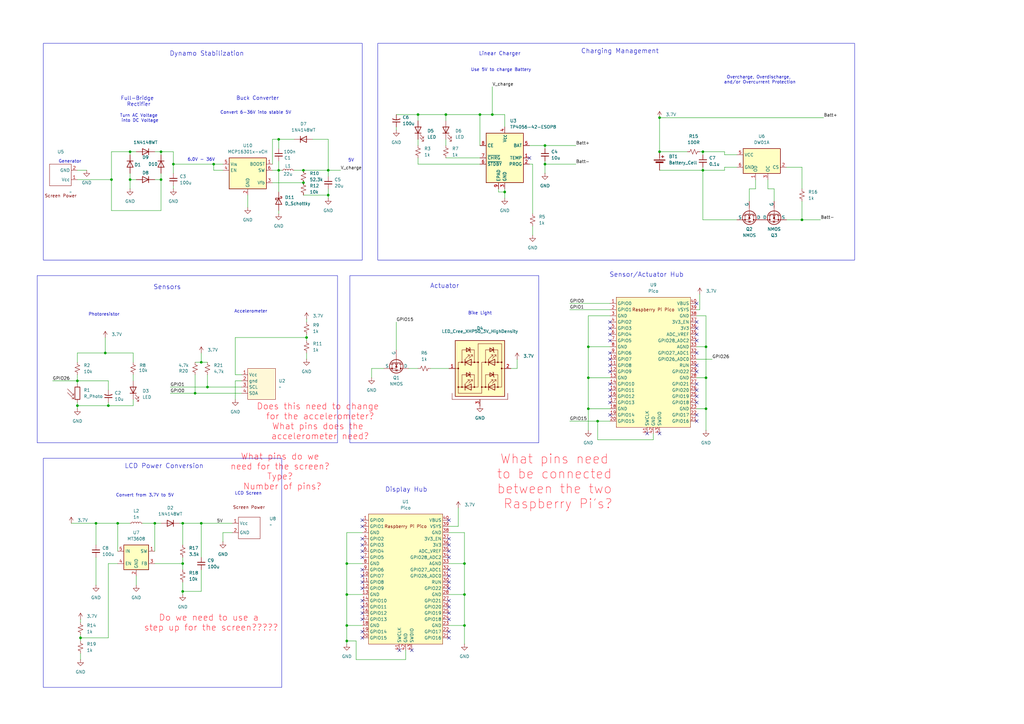
<source format=kicad_sch>
(kicad_sch (version 20250114) (generator "eeschema") (generator_version "9.0")
  (paper "A3")
  (title_block (title "UPDATED SCHEMATIC") (date "11/7/25") (rev "4") (company "LightCycle") (comment 1 "WE REALLY REALLY LIKE TO FARM"))
  (lib_symbols
    (symbol "Battery_Management:DW01A"
      (property "Reference" "U" (at -6.604 6.35 0))
      (property "Value" "DW01A" (at 4.318 6.604 0))
      (symbol "DW01A_0_1"
        (pin power_in line (at -10.16 2.54 0) (length 2.54) (name "VCC") (number "5"))
        (pin power_in line (at -10.16 -2.54 0) (length 2.54) (name "GND") (number "6"))
        (pin output line (at -2.54 -7.62 90) (length 2.54) (name "OD") (number "1"))
        (pin output line (at 2.54 -7.62 90) (length 2.54) (name "OC") (number "3"))
        (pin input line (at 10.16 -2.54 180) (length 2.54) (name "CS") (number "2"))
      )
      (symbol "DW01A_1_1"
        (pin no_connect line (at 10.16 2.54 180) (length 2.54) (hide yes) (name "TD") (number "4"))
      )
    )
    (symbol "Battery_Management:TP4056-42-ESOP8"
      (property "Reference" "U" (at -6.604 11.684 0))
      (property "Value" "TP4056-42-ESOP8" (at 10.16 11.684 0))
      (symbol "TP4056-42-ESOP8_1_0"
        (pin input line (at -10.16 5.08 0) (length 2.54) (name "CE") (number "8"))
        (pin open_collector line (at -10.16 0 0) (length 2.54) (name "~{CHRG}") (number "7"))
        (pin open_collector line (at -10.16 -2.54 0) (length 2.54) (name "~{STDBY}") (number "6"))
        (pin passive line (at -2.54 -12.7 90) (length 2.54) (name "EPAD") (number "9"))
        (pin power_in line (at 0 12.7 270) (length 2.54) (name "V_{CC}") (number "4"))
        (pin power_in line (at 0 -12.7 90) (length 2.54) (name "GND") (number "3"))
        (pin power_out line (at 10.16 5.08 180) (length 2.54) (name "BAT") (number "5"))
        (pin input line (at 10.16 0 180) (length 2.54) (name "TEMP") (number "1"))
        (pin passive line (at 10.16 -2.54 180) (length 2.54) (name "PROG") (number "2"))
      )
    )
    (symbol "Device:Battery_Cell" (pin_numbers (hide yes)) (pin_names (offset 0) (hide yes))
      (property "Reference" "BT" (at 11.43 -3.81 0))
      (property "Value" "Battery_Cell" (at 11.43 -6.35 0))
      (symbol "Battery_Cell_1_1"
        (pin passive line (at 8.89 -1.27 270) (length 2.54) (name "+") (number "1"))
        (pin passive line (at 8.89 -8.89 90) (length 2.54) (name "-") (number "2"))
      )
    )
    (symbol "Device:C_Small" (pin_numbers (hide yes)) (pin_names (offset 0.254) (hide yes))
      (property "Reference" "C" (at 0.254 1.778 0))
      (property "Value" "C_Small" (at 0.254 -2.032 0))
      (symbol "C_Small_1_1"
        (pin passive line (at 0 2.54 270) (length 2.032) (name "~") (number "1"))
        (pin passive line (at 0 -2.54 90) (length 2.032) (name "~") (number "2"))
      )
    )
    (symbol "Device:C_Small_US" (pin_numbers (hide yes)) (pin_names (offset 0.254) (hide yes))
      (property "Reference" "C" (at 0.254 1.778 0))
      (property "Value" "C_Small_US" (at 0.254 -2.032 0))
      (symbol "C_Small_US_1_1"
        (pin passive line (at 0 2.54 270) (length 2.032) (name "~") (number "1"))
        (pin passive line (at 0 -2.54 90) (length 2.032) (name "~") (number "2"))
      )
    )
    (symbol "Device:D_Schottky" (pin_numbers (hide yes)) (pin_names (offset 1.016) (hide yes))
      (property "Reference" "D" (at 0 2.54 0))
      (property "Value" "D_Schottky" (at 0 -2.54 0))
      (symbol "D_Schottky_1_1"
        (pin passive line (at -3.81 0 0) (length 2.54) (name "K") (number "1"))
        (pin passive line (at 3.81 0 180) (length 2.54) (name "A") (number "2"))
      )
    )
    (symbol "Device:LED" (pin_numbers (hide yes)) (pin_names (offset 1.016) (hide yes))
      (property "Reference" "D" (at 0 2.54 0))
      (property "Value" "LED" (at 0 -2.54 0))
      (symbol "LED_1_1"
        (pin passive line (at -3.81 0 0) (length 2.54) (name "K") (number "1"))
        (pin passive line (at 3.81 0 180) (length 2.54) (name "A") (number "2"))
      )
    )
    (symbol "Device:L_Small" (pin_numbers (hide yes)) (pin_names (offset 0.254) (hide yes))
      (property "Reference" "L" (at 0.762 1.016 0))
      (property "Value" "L_Small" (at 0.762 -1.016 0))
      (symbol "L_Small_1_1"
        (pin passive line (at 0 2.54 270) (length 0.508) (name "~") (number "1"))
        (pin passive line (at 0 -2.54 90) (length 0.508) (name "~") (number "2"))
      )
    )
    (symbol "Device:R_Photo" (pin_numbers (hide yes)) (pin_names (offset 0))
      (property "Reference" "R" (at 1.27 1.27 0))
      (property "Value" "R_Photo" (at 1.27 0 0))
      (symbol "R_Photo_1_1"
        (pin passive line (at 0 3.81 270) (length 1.27) (name "~") (number "1"))
        (pin passive line (at 0 -3.81 90) (length 1.27) (name "~") (number "2"))
      )
    )
    (symbol "Device:R_Small_US" (pin_numbers (hide yes)) (pin_names (offset 0.254) (hide yes))
      (property "Reference" "R" (at 0.762 0.508 0))
      (property "Value" "R_Small_US" (at 0.762 -1.016 0))
      (symbol "R_Small_US_1_1"
        (pin passive line (at 0 2.54 270) (length 1.016) (name "~") (number "1"))
        (pin passive line (at 0 -2.54 90) (length 1.016) (name "~") (number "2"))
      )
    )
    (symbol "Diode:1N4148WT" (pin_numbers (hide yes)) (pin_names (hide yes))
      (property "Reference" "D" (at 0 2.54 0))
      (property "Value" "1N4148WT" (at 0 -2.54 0))
      (symbol "1N4148WT_1_1"
        (pin passive line (at -3.81 0 0) (length 2.54) (name "K") (number "1"))
        (pin passive line (at 3.81 0 180) (length 2.54) (name "A") (number "2"))
      )
    )
    (symbol "Elijahs_symbols:Cheap_Yellow_Display"
      (property "Reference" "U" (at 4.572 -0.762 0))
      (symbol "Cheap_Yellow_Display_1_1"
        (text "Screen Power" (at 4.318 1.524 0) (effects (font (size 1.27 1.27))))
        (pin power_in line (at -2.54 -5.08 0) (length 2.54) (name "Vcc") (number "1"))
        (pin power_in line (at -2.54 -8.89 0) (length 2.54) (name "GND") (number "2"))
      )
    )
    (symbol "Elijahs_symbols:I2C_4"
      (property "Reference" "U" (at 8.636 -0.254 0))
      (symbol "I2C_4_1_1"
        (pin power_in line (at 0 -3.81 0) (length 2.54) (name "Vcc") (number "1"))
        (pin power_in line (at 0 -6.35 0) (length 2.54) (name "gnd") (number "2"))
        (pin bidirectional line (at 0 -8.89 0) (length 2.54) (name "SCL") (number "3"))
        (pin bidirectional line (at 0 -11.43 0) (length 2.54) (name "SDA") (number "4"))
      )
    )
    (symbol "LED:LED_Cree_XHP50_3V_HighDensity" (pin_names (offset 1.016) (hide yes))
      (property "Reference" "D" (at 0 15.24 0))
      (property "Value" "LED_Cree_XHP50_3V_HighDensity" (at -1.27 12.7 0))
      (symbol "LED_Cree_XHP50_3V_HighDensity_1_1"
        (pin passive line (at -12.7 0 0) (length 2.54) (name "K") (number "1"))
        (pin passive line (at 0 -15.24 90) (length 2.54) (name "PAD") (number "3"))
        (pin passive line (at 12.7 0 180) (length 2.54) (name "A") (number "2"))
      )
    )
    (symbol "MCU_RaspberryPi_and_Boards:Pico"
      (property "Reference" "U" (at -13.97 27.94 0))
      (property "Value" "Pico" (at 0 19.05 0))
      (symbol "Pico_0_0"
        (text "Raspberry Pi Pico" (at 0 21.59 0) (effects (font (size 1.27 1.27))))
      )
      (symbol "Pico_1_1"
        (pin bidirectional line (at -17.78 24.13 0) (length 2.54) (name "GPIO0") (number "1"))
        (pin bidirectional line (at -17.78 21.59 0) (length 2.54) (name "GPIO1") (number "2"))
        (pin power_in line (at -17.78 19.05 0) (length 2.54) (name "GND") (number "3"))
        (pin bidirectional line (at -17.78 16.51 0) (length 2.54) (name "GPIO2") (number "4"))
        (pin bidirectional line (at -17.78 13.97 0) (length 2.54) (name "GPIO3") (number "5"))
        (pin bidirectional line (at -17.78 11.43 0) (length 2.54) (name "GPIO4") (number "6"))
        (pin bidirectional line (at -17.78 8.89 0) (length 2.54) (name "GPIO5") (number "7"))
        (pin power_in line (at -17.78 6.35 0) (length 2.54) (name "GND") (number "8"))
        (pin bidirectional line (at -17.78 3.81 0) (length 2.54) (name "GPIO6") (number "9"))
        (pin bidirectional line (at -17.78 1.27 0) (length 2.54) (name "GPIO7") (number "10"))
        (pin bidirectional line (at -17.78 -1.27 0) (length 2.54) (name "GPIO8") (number "11"))
        (pin bidirectional line (at -17.78 -3.81 0) (length 2.54) (name "GPIO9") (number "12"))
        (pin power_in line (at -17.78 -6.35 0) (length 2.54) (name "GND") (number "13"))
        (pin bidirectional line (at -17.78 -8.89 0) (length 2.54) (name "GPIO10") (number "14"))
        (pin bidirectional line (at -17.78 -11.43 0) (length 2.54) (name "GPIO11") (number "15"))
        (pin bidirectional line (at -17.78 -13.97 0) (length 2.54) (name "GPIO12") (number "16"))
        (pin bidirectional line (at -17.78 -16.51 0) (length 2.54) (name "GPIO13") (number "17"))
        (pin power_in line (at -17.78 -19.05 0) (length 2.54) (name "GND") (number "18"))
        (pin bidirectional line (at -17.78 -21.59 0) (length 2.54) (name "GPIO14") (number "19"))
        (pin bidirectional line (at -17.78 -24.13 0) (length 2.54) (name "GPIO15") (number "20"))
        (pin input line (at -2.54 -29.21 90) (length 2.54) (name "SWCLK") (number "41"))
        (pin power_in line (at 0 -29.21 90) (length 2.54) (name "GND") (number "42"))
        (pin bidirectional line (at 2.54 -29.21 90) (length 2.54) (name "SWDIO") (number "43"))
        (pin power_in line (at 17.78 24.13 180) (length 2.54) (name "VBUS") (number "40"))
        (pin power_in line (at 17.78 21.59 180) (length 2.54) (name "VSYS") (number "39"))
        (pin bidirectional line (at 17.78 19.05 180) (length 2.54) (name "GND") (number "38"))
        (pin input line (at 17.78 16.51 180) (length 2.54) (name "3V3_EN") (number "37"))
        (pin power_in line (at 17.78 13.97 180) (length 2.54) (name "3V3") (number "36"))
        (pin power_in line (at 17.78 11.43 180) (length 2.54) (name "ADC_VREF") (number "35"))
        (pin bidirectional line (at 17.78 8.89 180) (length 2.54) (name "GPIO28_ADC2") (number "34"))
        (pin power_in line (at 17.78 6.35 180) (length 2.54) (name "AGND") (number "33"))
        (pin bidirectional line (at 17.78 3.81 180) (length 2.54) (name "GPIO27_ADC1") (number "32"))
        (pin bidirectional line (at 17.78 1.27 180) (length 2.54) (name "GPIO26_ADC0") (number "31"))
        (pin input line (at 17.78 -1.27 180) (length 2.54) (name "RUN") (number "30"))
        (pin bidirectional line (at 17.78 -3.81 180) (length 2.54) (name "GPIO22") (number "29"))
        (pin power_in line (at 17.78 -6.35 180) (length 2.54) (name "GND") (number "28"))
        (pin bidirectional line (at 17.78 -8.89 180) (length 2.54) (name "GPIO21") (number "27"))
        (pin bidirectional line (at 17.78 -11.43 180) (length 2.54) (name "GPIO20") (number "26"))
        (pin bidirectional line (at 17.78 -13.97 180) (length 2.54) (name "GPIO19") (number "25"))
        (pin bidirectional line (at 17.78 -16.51 180) (length 2.54) (name "GPIO18") (number "24"))
        (pin power_in line (at 17.78 -19.05 180) (length 2.54) (name "GND") (number "23"))
        (pin bidirectional line (at 17.78 -21.59 180) (length 2.54) (name "GPIO17") (number "22"))
        (pin bidirectional line (at 17.78 -24.13 180) (length 2.54) (name "GPIO16") (number "21"))
      )
    )
    (symbol "Regulator_Switching:MCP16301x-xCH"
      (property "Reference" "U" (at -7.62 6.35 0))
      (property "Value" "MCP16301x-xCH" (at 0 6.35 0))
      (symbol "MCP16301x-xCH_1_1"
        (pin power_in line (at -10.16 2.54 0) (length 2.54) (name "V_{IN}") (number "5"))
        (pin input line (at -10.16 0 0) (length 2.54) (name "EN") (number "4"))
        (pin power_in line (at 0 -10.16 90) (length 2.54) (name "GND") (number "2"))
        (pin output line (at 10.16 2.54 180) (length 2.54) (name "BOOST") (number "1"))
        (pin output line (at 10.16 0 180) (length 2.54) (name "SW") (number "6"))
        (pin input line (at 10.16 -5.08 180) (length 2.54) (name "Vfb") (number "3"))
      )
    )
    (symbol "Regulator_Switching:MT3608"
      (property "Reference" "U" (at -2.54 8.89 0))
      (property "Value" "MT3608" (at -3.81 6.35 0))
      (symbol "MT3608_1_1"
        (pin power_in line (at -7.62 2.54 0) (length 2.54) (name "IN") (number "5"))
        (pin input line (at -7.62 -2.54 0) (length 2.54) (name "EN") (number "4"))
        (pin power_in line (at 0 -7.62 90) (length 2.54) (name "GND") (number "2"))
        (pin no_connect line (at 5.08 0 180) (length 2.54) (hide yes) (name "NC") (number "6"))
        (pin passive line (at 7.62 2.54 180) (length 2.54) (name "SW") (number "1"))
        (pin input line (at 7.62 -2.54 180) (length 2.54) (name "FB") (number "3"))
      )
    )
    (symbol "Simulation_SPICE:NMOS" (pin_numbers (hide yes)) (pin_names (offset 0))
      (property "Reference" "Q" (at 5.08 1.27 0))
      (property "Value" "NMOS" (at 5.08 -1.27 0))
      (symbol "NMOS_1_1"
        (pin input line (at -5.08 0 0) (length 2.54) (name "G") (number "2"))
        (pin passive line (at 2.54 5.08 270) (length 2.54) (name "D") (number "1"))
        (pin passive line (at 2.54 -5.08 90) (length 2.54) (name "S") (number "3"))
      )
    )
    (symbol "power:GND" (power) (pin_numbers (hide yes)) (pin_names (offset 0) (hide yes))
      (property "Value" "GND" (at 0 -3.81 0))
      (symbol "GND_1_1"
        (pin power_in line (at 0 0 270) (length 0) (name "~") (number "1"))
      )
    )
    (symbol "power:VCC" (power) (pin_numbers (hide yes)) (pin_names (offset 0) (hide yes))
      (property "Value" "VCC" (at 0 3.556 0))
      (symbol "VCC_1_1"
        (pin power_in line (at 0 0 90) (length 0) (name "~") (number "1"))
      )
    )
  )
  (rectangle (start 15.24 113.03) (end 138.43 181.61))
  (rectangle (start 17.78 187.96) (end 115.57 281.94))
  (rectangle (start 154.94 17.78) (end 350.52 106.68))
  (rectangle (start 143.51 113.03) (end 220.98 181.61))
  (rectangle (start 17.78 17.78) (end 148.59 106.68))
  (text "Dynamo Stabilization" (at 84.836 22.098 0) (effects (font (size 1.905 1.905))))
  (text "Buck Converter" (at 105.664 40.386 0) (effects (font (size 1.524 1.524))))
  (text "Convert from 3.7V to 5V" (at 59.436 203.2 0) (effects (font (size 1.27 1.27))))
  (text "Do we need to use a \nstep up for the screen?????" (at 86.614 255.524 0) (effects (font (size 2.54 2.54))))
  (text "What pins need \nto be connected \nbetween the two \nRaspberry Pi's?\n" (at 228.854 197.612 0) (effects (font (size 3.81 3.81))))
  (text "Overcharge, Overdischarge, \nand/or Overcurrent Protection" (at 311.658 32.766 0) (effects (font (size 1.27 1.27))))
  (text "Actuator" (at 182.372 117.348 0) (effects (font (size 1.905 1.905))))
  (text "Full-Bridge \nRectifier" (at 56.896 41.656 0) (effects (font (size 1.524 1.524))))
  (text "Sensor/Actuator Hub" (at 265.176 112.776 0) (effects (font (size 1.905 1.905))))
  (text "6.0V - 36V" (at 82.55 65.532 0) (effects (font (size 1.27 1.27))))
  (text "Accelerometer" (at 102.87 127.762 0) (effects (font (size 1.27 1.27))))
  (text "LCD Power Conversion" (at 67.31 191.262 0) (effects (font (size 1.905 1.905))))
  (text "Convert 6-36V into stable 5V" (at 104.902 46.228 0) (effects (font (size 1.27 1.27))))
  (text "Linear Charger" (at 204.978 22.098 0) (effects (font (size 1.524 1.524))))
  (text "LCD Screen" (at 101.854 202.438 0) (effects (font (size 1.27 1.27))))
  (text "Sensors" (at 68.58 117.856 0) (effects (font (size 1.905 1.905))))
  (text "What pins do we \nneed for the screen? \nType? \nNumber of pins?" (at 115.824 193.548 0) (effects (font (size 2.54 2.54))))
  (text "5V" (at 144.018 65.786 0) (effects (font (size 1.27 1.27))))
  (text "Turn AC Voltage \ninto DC Voltage" (at 57.404 48.514 0) (effects (font (size 1.27 1.27))))
  (text "Photoresistor" (at 42.672 129.032 0) (effects (font (size 1.27 1.27))))
  (text "Generator" (at 28.702 66.294 0) (effects (font (size 1.27 1.27))))
  (text "Use 5V to charge Battery\n" (at 205.486 28.702 0) (effects (font (size 1.27 1.27))))
  (text "Does this need to change \nfor the accelerometer?\nWhat pins does the \naccelerometer need?" (at 131.318 172.974 0) (effects (font (size 2.54 2.54))))
  (text "Charging Management" (at 254.254 21.082 0) (effects (font (size 1.905 1.905))))
  (text "Display Hub" (at 166.624 200.914 0) (effects (font (size 1.905 1.905))))
  (text "Bike Light" (at 196.85 128.524 0) (effects (font (size 1.27 1.27))))
  (junction (at 44.45 166.37))
  (junction (at 114.3 69.85))
  (junction (at 241.3 154.94))
  (junction (at 289.56 167.64))
  (junction (at 80.01 161.29))
  (junction (at 142.24 231.14))
  (junction (at 43.18 144.78))
  (junction (at 190.5 243.84))
  (junction (at 39.37 214.63))
  (junction (at 270.51 62.23))
  (junction (at 53.34 73.66))
  (junction (at 289.56 142.24))
  (junction (at 223.52 59.69))
  (junction (at 223.52 67.31))
  (junction (at 190.5 256.54))
  (junction (at 196.85 46.99))
  (junction (at 288.29 69.85))
  (junction (at 87.63 67.31))
  (junction (at 142.24 243.84))
  (junction (at 241.3 167.64))
  (junction (at 134.62 80.01))
  (junction (at 114.3 57.15))
  (junction (at 124.46 69.85))
  (junction (at 142.24 256.54))
  (junction (at 74.93 231.14))
  (junction (at 31.75 156.21))
  (junction (at 74.93 214.63))
  (junction (at 288.29 62.23))
  (junction (at 31.75 166.37))
  (junction (at 134.62 69.85))
  (junction (at 48.26 214.63))
  (junction (at 45.72 73.66))
  (junction (at 66.04 73.66))
  (junction (at 33.02 261.62))
  (junction (at 201.93 46.99))
  (junction (at 74.93 242.57))
  (junction (at 241.3 142.24))
  (junction (at 71.12 67.31))
  (junction (at 171.45 46.99))
  (junction (at 82.55 214.63))
  (junction (at 85.09 158.75))
  (junction (at 289.56 154.94))
  (junction (at 270.51 48.26))
  (junction (at 124.46 74.93))
  (junction (at 82.55 148.59))
  (junction (at 245.11 172.72))
  (junction (at 53.34 62.23))
  (junction (at 182.88 46.99))
  (junction (at 328.93 90.17))
  (junction (at 63.5 214.63))
  (junction (at 142.24 262.89))
  (junction (at 125.73 138.43))
  (junction (at 207.01 78.74))
  (junction (at 190.5 231.14))
  (junction (at 66.04 62.23))
  (no_connect (at 250.19 157.48))
  (no_connect (at 184.15 220.98))
  (no_connect (at 148.59 213.36))
  (no_connect (at 148.59 238.76))
  (no_connect (at 250.19 137.16))
  (no_connect (at 250.19 149.86))
  (no_connect (at 148.59 251.46))
  (no_connect (at 184.15 259.08))
  (no_connect (at 270.51 177.8))
  (no_connect (at 285.75 157.48))
  (no_connect (at 184.15 236.22))
  (no_connect (at 285.75 149.86))
  (no_connect (at 184.15 254))
  (no_connect (at 184.15 248.92))
  (no_connect (at 250.19 160.02))
  (no_connect (at 184.15 233.68))
  (no_connect (at 250.19 162.56))
  (no_connect (at 184.15 238.76))
  (no_connect (at 163.83 266.7))
  (no_connect (at 285.75 132.08))
  (no_connect (at 148.59 223.52))
  (no_connect (at 285.75 134.62))
  (no_connect (at 148.59 233.68))
  (no_connect (at 184.15 251.46))
  (no_connect (at 148.59 259.08))
  (no_connect (at 285.75 165.1))
  (no_connect (at 184.15 241.3))
  (no_connect (at 265.43 177.8))
  (no_connect (at 184.15 213.36))
  (no_connect (at 148.59 236.22))
  (no_connect (at 184.15 246.38))
  (no_connect (at 250.19 132.08))
  (no_connect (at 148.59 246.38))
  (no_connect (at 285.75 170.18))
  (no_connect (at 148.59 261.62))
  (no_connect (at 148.59 215.9))
  (no_connect (at 148.59 248.92))
  (no_connect (at 285.75 152.4))
  (no_connect (at 184.15 261.62))
  (no_connect (at 285.75 124.46))
  (no_connect (at 285.75 137.16))
  (no_connect (at 184.15 226.06))
  (no_connect (at 148.59 228.6))
  (no_connect (at 148.59 220.98))
  (no_connect (at 148.59 226.06))
  (no_connect (at 250.19 152.4))
  (no_connect (at 184.15 223.52))
  (no_connect (at 285.75 144.78))
  (no_connect (at 148.59 254))
  (no_connect (at 250.19 147.32))
  (no_connect (at 250.19 134.62))
  (no_connect (at 250.19 165.1))
  (no_connect (at 250.19 139.7))
  (no_connect (at 285.75 139.7))
  (no_connect (at 285.75 172.72))
  (no_connect (at 168.91 266.7))
  (no_connect (at 250.19 170.18))
  (no_connect (at 285.75 162.56))
  (no_connect (at 148.59 241.3))
  (no_connect (at 285.75 160.02))
  (no_connect (at 250.19 144.78))
  (no_connect (at 184.15 228.6))
  (no_connect (at 217.17 64.77))
  (wire (pts (xy 114.3 69.85) (xy 115.57 69.85)))
  (wire (pts (xy 53.34 63.5) (xy 53.34 62.23)))
  (wire (pts (xy 114.3 57.15) (xy 114.3 60.96)))
  (wire (pts (xy 66.04 71.12) (xy 66.04 73.66)))
  (wire (pts (xy 187.96 208.28) (xy 187.96 215.9)))
  (wire (pts (xy 128.27 57.15) (xy 134.62 57.15)))
  (wire (pts (xy 33.02 261.62) (xy 33.02 262.89)))
  (wire (pts (xy 85.09 153.67) (xy 85.09 158.75)))
  (wire (pts (xy 142.24 231.14) (xy 142.24 243.84)))
  (wire (pts (xy 250.19 167.64) (xy 241.3 167.64)))
  (wire (pts (xy 241.3 167.64) (xy 241.3 176.53)))
  (wire (pts (xy 31.75 166.37) (xy 31.75 167.64)))
  (wire (pts (xy 48.26 214.63) (xy 48.26 226.06)))
  (wire (pts (xy 58.42 214.63) (xy 63.5 214.63)))
  (wire (pts (xy 142.24 262.89) (xy 142.24 264.16)))
  (wire (pts (xy 223.52 67.31) (xy 223.52 71.12)))
  (wire (pts (xy 288.29 62.23) (xy 288.29 63.5)))
  (wire (pts (xy 287.02 62.23) (xy 288.29 62.23)))
  (wire (pts (xy 162.56 132.08) (xy 162.56 143.51)))
  (wire (pts (xy 71.12 67.31) (xy 71.12 71.12)))
  (wire (pts (xy 63.5 231.14) (xy 74.93 231.14)))
  (wire (pts (xy 297.18 69.85) (xy 297.18 68.58)))
  (wire (pts (xy 142.24 218.44) (xy 142.24 231.14)))
  (wire (pts (xy 45.72 62.23) (xy 45.72 73.66)))
  (wire (pts (xy 289.56 167.64) (xy 285.75 167.64)))
  (wire (pts (xy 297.18 62.23) (xy 288.29 62.23)))
  (wire (pts (xy 39.37 214.63) (xy 39.37 223.52)))
  (wire (pts (xy 201.93 46.99) (xy 207.01 46.99)))
  (wire (pts (xy 184.15 243.84) (xy 190.5 243.84)))
  (wire (pts (xy 241.3 142.24) (xy 241.3 154.94)))
  (wire (pts (xy 114.3 66.04) (xy 114.3 69.85)))
  (wire (pts (xy 74.93 231.14) (xy 74.93 233.68)))
  (wire (pts (xy 82.55 144.78) (xy 82.55 148.59)))
  (wire (pts (xy 73.66 214.63) (xy 74.93 214.63)))
  (wire (pts (xy 82.55 148.59) (xy 85.09 148.59)))
  (wire (pts (xy 44.45 160.02) (xy 44.45 156.21)))
  (wire (pts (xy 54.61 163.83) (xy 54.61 166.37)))
  (wire (pts (xy 287.02 120.65) (xy 287.02 127)))
  (wire (pts (xy 297.18 63.5) (xy 302.26 63.5)))
  (wire (pts (xy 53.34 73.66) (xy 53.34 71.12)))
  (wire (pts (xy 288.29 90.17) (xy 288.29 69.85)))
  (wire (pts (xy 66.04 63.5) (xy 66.04 62.23)))
  (wire (pts (xy 55.88 62.23) (xy 53.34 62.23)))
  (wire (pts (xy 125.73 137.16) (xy 125.73 138.43)))
  (wire (pts (xy 241.3 154.94) (xy 241.3 167.64)))
  (wire (pts (xy 80.01 153.67) (xy 80.01 161.29)))
  (wire (pts (xy 74.93 242.57) (xy 82.55 242.57)))
  (wire (pts (xy 33.02 267.97) (xy 33.02 270.51)))
  (wire (pts (xy 80.01 161.29) (xy 99.06 161.29)))
  (wire (pts (xy 307.34 82.55) (xy 307.34 77.47)))
  (wire (pts (xy 267.97 177.8) (xy 267.97 180.34)))
  (wire (pts (xy 74.93 223.52) (xy 74.93 214.63)))
  (wire (pts (xy 182.88 46.99) (xy 196.85 46.99)))
  (wire (pts (xy 87.63 67.31) (xy 87.63 69.85)))
  (wire (pts (xy 29.21 214.63) (xy 39.37 214.63)))
  (wire (pts (xy 245.11 180.34) (xy 245.11 172.72)))
  (wire (pts (xy 328.93 90.17) (xy 336.55 90.17)))
  (wire (pts (xy 223.52 59.69) (xy 236.22 59.69)))
  (wire (pts (xy 289.56 154.94) (xy 289.56 167.64)))
  (wire (pts (xy 53.34 62.23) (xy 45.72 62.23)))
  (wire (pts (xy 74.93 242.57) (xy 74.93 243.84)))
  (wire (pts (xy 55.88 236.22) (xy 55.88 240.03)))
  (wire (pts (xy 218.44 87.63) (xy 218.44 67.31)))
  (wire (pts (xy 31.75 144.78) (xy 43.18 144.78)))
  (wire (pts (xy 142.24 243.84) (xy 142.24 256.54)))
  (wire (pts (xy 120.65 69.85) (xy 124.46 69.85)))
  (wire (pts (xy 114.3 57.15) (xy 120.65 57.15)))
  (wire (pts (xy 95.25 218.44) (xy 91.44 218.44)))
  (wire (pts (xy 190.5 243.84) (xy 190.5 256.54)))
  (wire (pts (xy 309.88 77.47) (xy 309.88 73.66)))
  (wire (pts (xy 297.18 62.23) (xy 297.18 63.5)))
  (wire (pts (xy 167.64 151.13) (xy 171.45 151.13)))
  (wire (pts (xy 241.3 154.94) (xy 250.19 154.94)))
  (wire (pts (xy 87.63 67.31) (xy 91.44 67.31)))
  (wire (pts (xy 289.56 142.24) (xy 289.56 154.94)))
  (wire (pts (xy 66.04 62.23) (xy 71.12 62.23)))
  (wire (pts (xy 82.55 214.63) (xy 82.55 228.6)))
  (wire (pts (xy 317.5 77.47) (xy 317.5 82.55)))
  (wire (pts (xy 223.52 67.31) (xy 236.22 67.31)))
  (wire (pts (xy 39.37 228.6) (xy 39.37 240.03)))
  (wire (pts (xy 171.45 64.77) (xy 171.45 67.31)))
  (wire (pts (xy 44.45 166.37) (xy 31.75 166.37)))
  (wire (pts (xy 187.96 215.9) (xy 184.15 215.9)))
  (wire (pts (xy 288.29 69.85) (xy 288.29 68.58)))
  (wire (pts (xy 54.61 144.78) (xy 54.61 148.59)))
  (wire (pts (xy 33.02 254) (xy 33.02 255.27)))
  (wire (pts (xy 190.5 256.54) (xy 184.15 256.54)))
  (wire (pts (xy 134.62 77.47) (xy 134.62 80.01)))
  (wire (pts (xy 322.58 68.58) (xy 328.93 68.58)))
  (wire (pts (xy 297.18 68.58) (xy 302.26 68.58)))
  (wire (pts (xy 96.52 163.83) (xy 96.52 156.21)))
  (wire (pts (xy 322.58 90.17) (xy 328.93 90.17)))
  (wire (pts (xy 53.34 73.66) (xy 53.34 77.47)))
  (wire (pts (xy 204.47 77.47) (xy 204.47 78.74)))
  (wire (pts (xy 142.24 243.84) (xy 148.59 243.84)))
  (wire (pts (xy 96.52 156.21) (xy 99.06 156.21)))
  (wire (pts (xy 285.75 142.24) (xy 289.56 142.24)))
  (wire (pts (xy 176.53 151.13) (xy 184.15 151.13)))
  (wire (pts (xy 74.93 214.63) (xy 82.55 214.63)))
  (wire (pts (xy 218.44 92.71) (xy 218.44 96.52)))
  (wire (pts (xy 184.15 218.44) (xy 190.5 218.44)))
  (wire (pts (xy 91.44 69.85) (xy 87.63 69.85)))
  (wire (pts (xy 152.4 151.13) (xy 157.48 151.13)))
  (wire (pts (xy 96.52 138.43) (xy 96.52 153.67)))
  (wire (pts (xy 281.94 62.23) (xy 270.51 62.23)))
  (wire (pts (xy 250.19 129.54) (xy 241.3 129.54)))
  (wire (pts (xy 302.26 90.17) (xy 288.29 90.17)))
  (wire (pts (xy 63.5 73.66) (xy 66.04 73.66)))
  (wire (pts (xy 45.72 86.36) (xy 66.04 86.36)))
  (wire (pts (xy 69.85 158.75) (xy 85.09 158.75)))
  (wire (pts (xy 196.85 46.99) (xy 196.85 59.69)))
  (wire (pts (xy 287.02 127) (xy 285.75 127)))
  (wire (pts (xy 241.3 142.24) (xy 250.19 142.24)))
  (wire (pts (xy 48.26 214.63) (xy 39.37 214.63)))
  (wire (pts (xy 223.52 59.69) (xy 223.52 60.96)))
  (wire (pts (xy 148.59 256.54) (xy 142.24 256.54)))
  (wire (pts (xy 99.06 158.75) (xy 85.09 158.75)))
  (wire (pts (xy 44.45 166.37) (xy 54.61 166.37)))
  (wire (pts (xy 74.93 228.6) (xy 74.93 231.14)))
  (wire (pts (xy 33.02 261.62) (xy 44.45 261.62)))
  (wire (pts (xy 134.62 57.15) (xy 134.62 69.85)))
  (wire (pts (xy 69.85 161.29) (xy 80.01 161.29)))
  (wire (pts (xy 166.37 266.7) (xy 166.37 270.51)))
  (wire (pts (xy 31.75 153.67) (xy 31.75 156.21)))
  (wire (pts (xy 31.75 69.85) (xy 35.56 69.85)))
  (wire (pts (xy 289.56 129.54) (xy 289.56 142.24)))
  (wire (pts (xy 217.17 59.69) (xy 223.52 59.69)))
  (wire (pts (xy 201.93 35.56) (xy 201.93 46.99)))
  (wire (pts (xy 171.45 67.31) (xy 196.85 67.31)))
  (wire (pts (xy 114.3 69.85) (xy 114.3 78.74)))
  (wire (pts (xy 152.4 151.13) (xy 152.4 154.94)))
  (wire (pts (xy 44.45 231.14) (xy 44.45 261.62)))
  (wire (pts (xy 142.24 231.14) (xy 148.59 231.14)))
  (wire (pts (xy 182.88 64.77) (xy 196.85 64.77)))
  (wire (pts (xy 31.75 148.59) (xy 31.75 144.78)))
  (wire (pts (xy 124.46 69.85) (xy 134.62 69.85)))
  (wire (pts (xy 71.12 76.2) (xy 71.12 77.47)))
  (wire (pts (xy 171.45 57.15) (xy 171.45 59.69)))
  (wire (pts (xy 48.26 231.14) (xy 44.45 231.14)))
  (wire (pts (xy 307.34 77.47) (xy 309.88 77.47)))
  (wire (pts (xy 146.05 270.51) (xy 146.05 262.89)))
  (wire (pts (xy 209.55 151.13) (xy 212.09 151.13)))
  (wire (pts (xy 267.97 180.34) (xy 245.11 180.34)))
  (wire (pts (xy 162.56 46.99) (xy 171.45 46.99)))
  (wire (pts (xy 31.75 165.1) (xy 31.75 166.37)))
  (wire (pts (xy 114.3 86.36) (xy 114.3 87.63)))
  (wire (pts (xy 289.56 167.64) (xy 289.56 176.53)))
  (wire (pts (xy 134.62 80.01) (xy 134.62 81.28)))
  (wire (pts (xy 297.18 69.85) (xy 288.29 69.85)))
  (wire (pts (xy 63.5 62.23) (xy 66.04 62.23)))
  (wire (pts (xy 171.45 46.99) (xy 182.88 46.99)))
  (wire (pts (xy 328.93 77.47) (xy 328.93 68.58)))
  (wire (pts (xy 190.5 256.54) (xy 190.5 264.16)))
  (wire (pts (xy 21.59 156.21) (xy 31.75 156.21)))
  (wire (pts (xy 233.68 124.46) (xy 250.19 124.46)))
  (wire (pts (xy 91.44 218.44) (xy 91.44 222.25)))
  (wire (pts (xy 125.73 138.43) (xy 125.73 139.7)))
  (wire (pts (xy 166.37 270.51) (xy 146.05 270.51)))
  (wire (pts (xy 207.01 78.74) (xy 207.01 81.28)))
  (wire (pts (xy 31.75 156.21) (xy 31.75 157.48)))
  (wire (pts (xy 245.11 172.72) (xy 250.19 172.72)))
  (wire (pts (xy 223.52 66.04) (xy 223.52 67.31)))
  (wire (pts (xy 190.5 231.14) (xy 190.5 243.84)))
  (wire (pts (xy 111.76 57.15) (xy 114.3 57.15)))
  (wire (pts (xy 184.15 231.14) (xy 190.5 231.14)))
  (wire (pts (xy 45.72 73.66) (xy 45.72 86.36)))
  (wire (pts (xy 44.45 165.1) (xy 44.45 166.37)))
  (wire (pts (xy 31.75 156.21) (xy 44.45 156.21)))
  (wire (pts (xy 63.5 214.63) (xy 66.04 214.63)))
  (wire (pts (xy 162.56 52.07) (xy 162.56 53.34)))
  (wire (pts (xy 111.76 74.93) (xy 124.46 74.93)))
  (wire (pts (xy 54.61 153.67) (xy 54.61 156.21)))
  (wire (pts (xy 328.93 90.17) (xy 328.93 82.55)))
  (wire (pts (xy 148.59 218.44) (xy 142.24 218.44)))
  (wire (pts (xy 207.01 77.47) (xy 207.01 78.74)))
  (wire (pts (xy 241.3 129.54) (xy 241.3 142.24)))
  (wire (pts (xy 33.02 260.35) (xy 33.02 261.62)))
  (wire (pts (xy 190.5 218.44) (xy 190.5 231.14)))
  (wire (pts (xy 204.47 78.74) (xy 207.01 78.74)))
  (wire (pts (xy 66.04 73.66) (xy 66.04 86.36)))
  (wire (pts (xy 146.05 262.89) (xy 142.24 262.89)))
  (wire (pts (xy 31.75 73.66) (xy 45.72 73.66)))
  (wire (pts (xy 196.85 46.99) (xy 201.93 46.99)))
  (wire (pts (xy 74.93 238.76) (xy 74.93 242.57)))
  (wire (pts (xy 111.76 67.31) (xy 111.76 57.15)))
  (wire (pts (xy 182.88 57.15) (xy 182.88 59.69)))
  (wire (pts (xy 212.09 147.32) (xy 212.09 151.13)))
  (wire (pts (xy 270.51 69.85) (xy 288.29 69.85)))
  (wire (pts (xy 111.76 69.85) (xy 114.3 69.85)))
  (wire (pts (xy 233.68 127) (xy 250.19 127)))
  (wire (pts (xy 182.88 46.99) (xy 182.88 49.53)))
  (wire (pts (xy 285.75 129.54) (xy 289.56 129.54)))
  (wire (pts (xy 218.44 67.31) (xy 217.17 67.31)))
  (wire (pts (xy 96.52 138.43) (xy 125.73 138.43)))
  (wire (pts (xy 270.51 48.26) (xy 337.82 48.26)))
  (wire (pts (xy 171.45 46.99) (xy 171.45 49.53)))
  (wire (pts (xy 71.12 62.23) (xy 71.12 67.31)))
  (wire (pts (xy 314.96 73.66) (xy 314.96 77.47)))
  (wire (pts (xy 82.55 214.63) (xy 95.25 214.63)))
  (wire (pts (xy 134.62 69.85) (xy 134.62 72.39)))
  (wire (pts (xy 314.96 77.47) (xy 317.5 77.47)))
  (wire (pts (xy 125.73 144.78) (xy 125.73 147.32)))
  (wire (pts (xy 134.62 69.85) (xy 139.7 69.85)))
  (wire (pts (xy 125.73 130.81) (xy 125.73 132.08)))
  (wire (pts (xy 96.52 153.67) (xy 99.06 153.67)))
  (wire (pts (xy 43.18 138.43) (xy 43.18 144.78)))
  (wire (pts (xy 55.88 73.66) (xy 53.34 73.66)))
  (wire (pts (xy 101.6 80.01) (xy 101.6 85.09)))
  (wire (pts (xy 285.75 154.94) (xy 289.56 154.94)))
  (wire (pts (xy 207.01 46.99) (xy 207.01 52.07)))
  (wire (pts (xy 270.51 62.23) (xy 270.51 48.26)))
  (wire (pts (xy 142.24 256.54) (xy 142.24 262.89)))
  (wire (pts (xy 63.5 226.06) (xy 63.5 214.63)))
  (wire (pts (xy 134.62 80.01) (xy 124.46 80.01)))
  (wire (pts (xy 82.55 148.59) (xy 80.01 148.59)))
  (wire (pts (xy 82.55 233.68) (xy 82.55 242.57)))
  (wire (pts (xy 285.75 147.32) (xy 292.1 147.32)))
  (wire (pts (xy 71.12 67.31) (xy 87.63 67.31)))
  (wire (pts (xy 43.18 144.78) (xy 54.61 144.78)))
  (wire (pts (xy 53.34 214.63) (xy 48.26 214.63)))
  (wire (pts (xy 233.68 172.72) (xy 245.11 172.72)))
  (label "GPIO0" (at 69.85 161.29 0))
  (label "V_charge" (at 139.7 69.85 0))
  (label "V_charge" (at 201.93 35.56 0))
  (label "GPIO0" (at 233.68 124.46 0))
  (label "Batt+" (at 236.22 59.69 0))
  (label "Batt-" (at 336.55 90.17 0))
  (label "5V" (at 88.9 214.63 0))
  (label "Batt+" (at 337.82 48.26 0))
  (label "GPIO15" (at 233.68 172.72 0))
  (label "GPIO1" (at 233.68 127 0))
  (label "Batt-" (at 236.22 67.31 0))
  (label "GPIO26" (at 21.59 156.21 0))
  (label "GPIO15" (at 162.56 132.08 0))
  (label "GPIO26" (at 292.1 147.32 0))
  (label "GPIO1" (at 69.85 158.75 0))
  (symbol (lib_id "power:GND") (at 241.3 176.53 0) (unit 1)
    (property "Reference" "#PWR08" (effects (hide yes)))
    (property "Value" "GND" (at 241.3 181.61 0))
    (property "Description" "Power symbol creates a global label with name \"GND\" , ground" (effects (hide yes)))
  )
  (symbol (lib_id "power:VCC") (at 270.51 48.26 0) (unit 1)
    (property "Reference" "#PWR014" (effects (hide yes)))
    (property "Value" "3.7V" (at 273.05 46.9899 0) (effects (justify left)))
    (property "Description" "Power symbol creates a global label with name \"VCC\"" (effects (hide yes)))
  )
  (symbol (lib_id "Device:C_Small") (at 82.55 231.14 0) (unit 1)
    (property "Reference" "C9" (at 85.09 229.8762 0) (effects (justify left)))
    (property "Value" "100u" (at 85.09 232.4162 0) (effects (justify left)))
    (property "Footprint" "Capacitor_THT:CP_Radial_D4.0mm_P2.00mm" (effects (hide yes)))
    (property "Description" "Unpolarized capacitor, small symbol" (effects (hide yes)))
  )
  (symbol (lib_id "power:VCC") (at 212.09 147.32 0) (unit 1)
    (property "Reference" "#PWR015" (effects (hide yes)))
    (property "Value" "3.7V" (at 214.63 146.0499 0) (effects (justify left)))
    (property "Description" "Power symbol creates a global label with name \"VCC\"" (effects (hide yes)))
  )
  (symbol (lib_id "Battery_Management:DW01A") (at 312.42 66.04 0) (unit 1)
    (property "Reference" "U6" (at 312.42 55.88 0))
    (property "Value" "DW01A" (at 312.42 58.42 0))
    (property "Footprint" "Package_TO_SOT_SMD:SOT-23-6" (effects (hide yes)))
    (property "Datasheet" "https://hmsemi.com/downfile/DW01A.PDF" (effects (hide yes)))
    (property "Description" "Overcharge, overcurrent and overdischarge protection IC for single cell lithium-ion/polymer battery" (effects (hide yes)))
  )
  (symbol (lib_id "Device:R_Small_US") (at 31.75 151.13 0) (unit 1)
    (property "Reference" "R2" (at 34.29 149.8599 0) (effects (justify left)))
    (property "Value" "10k" (at 34.29 152.3999 0) (effects (justify left)))
    (property "Footprint" "Resistor_THT:R_Axial_DIN0207_L6.3mm_D2.5mm_P10.16mm_Horizontal" (effects (hide yes)))
    (property "Description" "Resistor, small US symbol" (effects (hide yes)))
  )
  (symbol (lib_id "Diode:1N4148WT") (at 53.34 67.31 270) (unit 1)
    (property "Reference" "D1" (at 55.118 67.564 90) (effects (justify left)))
    (property "Value" "1N4148WT" (effects (hide yes)))
    (property "Footprint" "LED_THT:LED_D3.0mm_Clear" (effects (hide yes)))
    (property "Datasheet" "https://www.diodes.com/assets/Datasheets/ds30396.pdf" (effects (hide yes)))
    (property "Description" "75V 0.15A Fast switching Diode, SOD-523" (effects (hide yes)))
    (property "Sim.Device" "D" (effects (hide yes)))
    (property "Sim.Pins" "1=K 2=A" (effects (hide yes)))
  )
  (symbol (lib_id "LED:LED_Cree_XHP50_3V_HighDensity") (at 196.85 151.13 0) (unit 1)
    (property "Reference" "D4" (at 196.85 134.62 0))
    (property "Value" "LED_Cree_XHP50_3V_HighDensity" (at 196.85 135.89 0))
    (property "Footprint" "LED_SMD:LED_Cree-XHP50_3V_HighDensity" (effects (hide yes)))
    (property "Datasheet" "https://downloads.cree-led.com/files/ds/x/XLamp-XHP50.3.pdf" (effects (hide yes)))
    (property "Description" "XLamp® XHP50 LED, 3V, 4 LEDs in parallel, high density" (effects (hide yes)))
  )
  (symbol (lib_id "Device:R_Small_US") (at 74.93 236.22 0) (unit 1)
    (property "Reference" "R18" (at 77.47 234.9499 0) (effects (justify left)))
    (property "Value" "10k" (at 77.47 237.4899 0) (effects (justify left)))
    (property "Footprint" "Resistor_THT:R_Axial_DIN0207_L6.3mm_D2.5mm_P10.16mm_Horizontal" (effects (hide yes)))
    (property "Description" "Resistor, small US symbol" (effects (hide yes)))
  )
  (symbol (lib_id "Device:R_Small_US") (at 80.01 151.13 0) (unit 1)
    (property "Reference" "R20" (at 77.216 152.146 0) (effects (justify right)))
    (property "Value" "4.7k" (at 77.47 149.8601 0) (effects (justify right)))
    (property "Footprint" "Resistor_THT:R_Axial_DIN0207_L6.3mm_D2.5mm_P10.16mm_Horizontal" (effects (hide yes)))
    (property "Description" "Resistor, small US symbol" (effects (hide yes)))
  )
  (symbol (lib_id "power:GND") (at 207.01 81.28 0) (unit 1)
    (property "Reference" "#PWR02" (effects (hide yes)))
    (property "Value" "GND" (at 207.01 86.36 0))
    (property "Description" "Power symbol creates a global label with name \"GND\" , ground" (effects (hide yes)))
  )
  (symbol (lib_id "Elijahs_symbols:I2C_4") (at 99.06 149.86 0) (unit 1)
    (property "Reference" "U2" (at 114.3 156.2099 0) (effects (justify left)))
    (property "Value" "~" (at 114.3 158.7499 0) (effects (justify left)))
    (property "Footprint" "Connector_PinHeader_2.54mm:PinHeader_1x04_P2.54mm_Vertical" (effects (hide yes)))
  )
  (symbol (lib_id "Device:D_Schottky") (at 114.3 82.55 270) (unit 1)
    (property "Reference" "D11" (at 116.84 80.9624 90) (effects (justify left)))
    (property "Value" "D_Schottky" (at 116.84 83.5024 90) (effects (justify left)))
    (property "Description" "Schottky diode" (effects (hide yes)))
  )
  (symbol (lib_id "Device:R_Small_US") (at 328.93 80.01 180) (unit 1)
    (property "Reference" "R16" (at 331.47 78.7399 0) (effects (justify right)))
    (property "Value" "1k" (at 331.47 81.2799 0) (effects (justify right)))
    (property "Footprint" "Resistor_THT:R_Axial_DIN0207_L6.3mm_D2.5mm_P10.16mm_Horizontal" (effects (hide yes)))
    (property "Description" "Resistor, small US symbol" (effects (hide yes)))
  )
  (symbol (lib_id "Device:LED") (at 54.61 160.02 90) (unit 1)
    (property "Reference" "D3" (at 58.42 160.3374 90) (effects (justify right)))
    (property "Value" "LED" (at 58.42 162.8774 90) (effects (justify right)))
    (property "Footprint" "LED_THT:LED_D3.0mm_Clear" (effects (hide yes)))
    (property "Description" "Light emitting diode" (effects (hide yes)))
    (property "Sim.Pins" "1=K 2=A" (effects (hide yes)))
  )
  (symbol (lib_id "power:VCC") (at 29.21 214.63 0) (unit 1)
    (property "Reference" "#PWR028" (effects (hide yes)))
    (property "Value" "3.7V" (at 31.75 213.3599 0) (effects (justify left)))
    (property "Description" "Power symbol creates a global label with name \"VCC\"" (effects (hide yes)))
  )
  (symbol (lib_id "Device:R_Small_US") (at 85.09 151.13 180) (unit 1)
    (property "Reference" "R21" (at 87.63 149.8599 0) (effects (justify right)))
    (property "Value" "4.7k" (at 87.63 152.3999 0) (effects (justify right)))
    (property "Footprint" "Resistor_THT:R_Axial_DIN0207_L6.3mm_D2.5mm_P10.16mm_Horizontal" (effects (hide yes)))
    (property "Description" "Resistor, small US symbol" (effects (hide yes)))
  )
  (symbol (lib_id "Device:R_Small_US") (at 171.45 62.23 0) (unit 1)
    (property "Reference" "R3" (at 173.99 60.9599 0) (effects (justify left)))
    (property "Value" "1k" (at 173.99 63.4999 0) (effects (justify left)))
    (property "Footprint" "Resistor_THT:R_Axial_DIN0207_L6.3mm_D2.5mm_P10.16mm_Horizontal" (effects (hide yes)))
    (property "Description" "Resistor, small US symbol" (effects (hide yes)))
  )
  (symbol (lib_id "MCU_RaspberryPi_and_Boards:Pico") (at 166.37 237.49 0) (unit 1)
    (property "Reference" "U1" (at 166.37 205.74 0))
    (property "Value" "Pico" (at 166.37 208.28 0))
    (property "Footprint" "MCU_RaspberryPi_and_Boards:RPi_Pico_SMD_TH" (effects (hide yes)))
  )
  (symbol (lib_id "power:GND") (at 35.56 69.85 0) (unit 1)
    (property "Reference" "#PWR011" (effects (hide yes)))
    (property "Value" "GND" (at 35.56 74.93 0))
    (property "Description" "Power symbol creates a global label with name \"GND\" , ground" (effects (hide yes)))
  )
  (symbol (lib_id "power:GND") (at 74.93 243.84 0) (unit 1)
    (property "Reference" "#PWR027" (effects (hide yes)))
    (property "Value" "GND" (at 74.93 248.92 0))
    (property "Description" "Power symbol creates a global label with name \"GND\" , ground" (effects (hide yes)))
  )
  (symbol (lib_id "Device:R_Small_US") (at 124.46 72.39 0) (unit 1)
    (property "Reference" "R10" (at 127 71.1199 0) (effects (justify left)))
    (property "Value" "52.3k" (at 127 73.6599 0) (effects (justify left)))
    (property "Footprint" "Resistor_THT:R_Axial_DIN0207_L6.3mm_D2.5mm_P10.16mm_Horizontal" (effects (hide yes)))
    (property "Description" "Resistor, small US symbol" (effects (hide yes)))
  )
  (symbol (lib_id "Diode:1N4148WT") (at 59.69 73.66 180) (unit 1)
    (property "Reference" "D8" (at 59.69 70.866 0))
    (property "Value" "1N4148WT" (effects (hide yes)))
    (property "Footprint" "LED_THT:LED_D3.0mm_Clear" (effects (hide yes)))
    (property "Datasheet" "https://www.diodes.com/assets/Datasheets/ds30396.pdf" (effects (hide yes)))
    (property "Description" "75V 0.15A Fast switching Diode, SOD-523" (effects (hide yes)))
    (property "Sim.Device" "D" (effects (hide yes)))
    (property "Sim.Pins" "1=K 2=A" (effects (hide yes)))
  )
  (symbol (lib_id "Device:LED") (at 182.88 53.34 90) (unit 1)
    (property "Reference" "D6" (at 186.69 53.6574 90) (effects (justify right)))
    (property "Value" "LED" (at 186.69 56.1974 90) (effects (justify right)))
    (property "Footprint" "LED_THT:LED_D3.0mm_Clear" (effects (hide yes)))
    (property "Description" "Light emitting diode" (effects (hide yes)))
    (property "Sim.Pins" "1=K 2=A" (effects (hide yes)))
  )
  (symbol (lib_id "MCU_RaspberryPi_and_Boards:Pico") (at 267.97 148.59 0) (unit 1)
    (property "Reference" "U9" (at 267.97 116.84 0))
    (property "Value" "Pico" (at 267.97 119.38 0))
    (property "Footprint" "MCU_RaspberryPi_and_Boards:RPi_Pico_SMD_TH" (effects (hide yes)))
  )
  (symbol (lib_id "Device:LED") (at 171.45 53.34 90) (unit 1)
    (property "Reference" "D5" (at 175.26 53.6574 90) (effects (justify right)))
    (property "Value" "LED" (at 175.26 56.1974 90) (effects (justify right)))
    (property "Footprint" "LED_THT:LED_D3.0mm_Clear" (effects (hide yes)))
    (property "Description" "Light emitting diode" (effects (hide yes)))
    (property "Sim.Pins" "1=K 2=A" (effects (hide yes)))
  )
  (symbol (lib_id "power:GND") (at 53.34 77.47 0) (unit 1)
    (property "Reference" "#PWR029" (effects (hide yes)))
    (property "Value" "GND" (at 53.34 82.55 0))
    (property "Description" "Power symbol creates a global label with name \"GND\" , ground" (effects (hide yes)))
  )
  (symbol (lib_id "Device:C_Small") (at 71.12 73.66 0) (unit 1)
    (property "Reference" "C3" (at 73.66 72.3962 0) (effects (justify left)))
    (property "Value" "100u" (at 73.66 74.9362 0) (effects (justify left)))
    (property "Footprint" "Capacitor_THT:CP_Radial_D4.0mm_P2.00mm" (effects (hide yes)))
    (property "Description" "Unpolarized capacitor, small symbol" (effects (hide yes)))
  )
  (symbol (lib_id "Diode:1N4148WT") (at 69.85 214.63 180) (unit 1)
    (property "Reference" "D2" (at 69.85 208.28 0))
    (property "Value" "1N4148WT" (at 69.85 210.82 0))
    (property "Footprint" "LED_THT:LED_D3.0mm_Clear" (effects (hide yes)))
    (property "Datasheet" "https://www.diodes.com/assets/Datasheets/ds30396.pdf" (effects (hide yes)))
    (property "Description" "75V 0.15A Fast switching Diode, SOD-523" (effects (hide yes)))
    (property "Sim.Device" "D" (effects (hide yes)))
    (property "Sim.Pins" "1=K 2=A" (effects (hide yes)))
  )
  (symbol (lib_id "Device:C_Small") (at 39.37 226.06 0) (unit 1)
    (property "Reference" "C8" (at 41.91 224.7962 0) (effects (justify left)))
    (property "Value" "100u" (at 41.91 227.3362 0) (effects (justify left)))
    (property "Footprint" "Capacitor_THT:CP_Radial_D4.0mm_P2.00mm" (effects (hide yes)))
    (property "Description" "Unpolarized capacitor, small symbol" (effects (hide yes)))
  )
  (symbol (lib_id "power:VCC") (at 82.55 144.78 0) (unit 1)
    (property "Reference" "#PWR033" (effects (hide yes)))
    (property "Value" "3.7V" (at 85.09 143.5099 0) (effects (justify left)))
    (property "Description" "Power symbol creates a global label with name \"VCC\"" (effects (hide yes)))
  )
  (symbol (lib_id "Simulation_SPICE:NMOS") (at 162.56 148.59 270) (unit 1)
    (property "Reference" "Q1" (at 162.56 154.94 90))
    (property "Value" "NMOS" (at 162.56 157.48 90))
    (property "Footprint" "Package_TO_SOT_THT:TO-92L_Inline_Wide" (effects (hide yes)))
    (property "Datasheet" "https://ngspice.sourceforge.io/docs/ngspice-html-manual/manual.xhtml#cha_MOSFETs" (effects (hide yes)))
    (property "Description" "N-MOSFET transistor, drain/source/gate" (effects (hide yes)))
    (property "Sim.Device" "NMOS" (effects (hide yes)))
    (property "Sim.Type" "VDMOS" (effects (hide yes)))
    (property "Sim.Pins" "1=D 2=G 3=S" (effects (hide yes)))
  )
  (symbol (lib_id "Diode:1N4148WT") (at 59.69 62.23 180) (unit 1)
    (property "Reference" "D9" (at 59.69 64.516 0))
    (property "Value" "1N4148WT" (at 59.69 58.42 0))
    (property "Footprint" "LED_THT:LED_D3.0mm_Clear" (effects (hide yes)))
    (property "Datasheet" "https://www.diodes.com/assets/Datasheets/ds30396.pdf" (effects (hide yes)))
    (property "Description" "75V 0.15A Fast switching Diode, SOD-523" (effects (hide yes)))
    (property "Sim.Device" "D" (effects (hide yes)))
    (property "Sim.Pins" "1=K 2=A" (effects (hide yes)))
  )
  (symbol (lib_id "power:GND") (at 223.52 71.12 0) (unit 1)
    (property "Reference" "#PWR07" (effects (hide yes)))
    (property "Value" "GND" (at 223.52 76.2 0))
    (property "Description" "Power symbol creates a global label with name \"GND\" , ground" (effects (hide yes)))
  )
  (symbol (lib_id "Device:R_Small_US") (at 182.88 62.23 0) (unit 1)
    (property "Reference" "R7" (at 185.42 60.9599 0) (effects (justify left)))
    (property "Value" "1k" (at 185.42 63.4999 0) (effects (justify left)))
    (property "Footprint" "Resistor_THT:R_Axial_DIN0207_L6.3mm_D2.5mm_P10.16mm_Horizontal" (effects (hide yes)))
    (property "Description" "Resistor, small US symbol" (effects (hide yes)))
  )
  (symbol (lib_id "Simulation_SPICE:NMOS") (at 307.34 87.63 270) (unit 1)
    (property "Reference" "Q2" (at 307.34 93.98 90))
    (property "Value" "NMOS" (at 307.34 96.52 90))
    (property "Footprint" "Package_TO_SOT_THT:TO-92L_Inline_Wide" (effects (hide yes)))
    (property "Datasheet" "https://ngspice.sourceforge.io/docs/ngspice-html-manual/manual.xhtml#cha_MOSFETs" (effects (hide yes)))
    (property "Description" "N-MOSFET transistor, drain/source/gate" (effects (hide yes)))
    (property "Sim.Device" "NMOS" (effects (hide yes)))
    (property "Sim.Type" "VDMOS" (effects (hide yes)))
    (property "Sim.Pins" "1=D 2=G 3=S" (effects (hide yes)))
  )
  (symbol (lib_id "Device:C_Small") (at 114.3 63.5 0) (unit 1)
    (property "Reference" "C1" (at 116.586 64.77 0) (effects (justify left)))
    (property "Value" "100n" (at 116.332 62.23 0) (effects (justify left)))
    (property "Footprint" "Capacitor_THT:CP_Radial_D4.0mm_P2.00mm" (effects (hide yes)))
    (property "Description" "Unpolarized capacitor, small symbol" (effects (hide yes)))
  )
  (symbol (lib_id "Device:L_Small") (at 55.88 214.63 90) (unit 1)
    (property "Reference" "L2" (at 55.88 209.55 90))
    (property "Value" "1n" (at 55.88 212.09 90))
    (property "Footprint" "Inductor_SMD:L_Wuerth_WE-PD-Typ-7345" (effects (hide yes)))
    (property "Description" "Inductor, small symbol" (effects (hide yes)))
  )
  (symbol (lib_id "Device:R_Photo") (at 31.75 161.29 0) (unit 1)
    (property "Reference" "R1" (at 34.29 160.0199 0) (effects (justify left)))
    (property "Value" "R_Photo" (at 34.29 162.5599 0) (effects (justify left)))
    (property "Footprint" "OptoDevice:R_LDR_4.9x4.2mm_P2.54mm_Vertical" (effects (hide yes)))
    (property "Description" "Photoresistor" (effects (hide yes)))
  )
  (symbol (lib_id "Battery_Management:TP4056-42-ESOP8") (at 207.01 64.77 0) (unit 1)
    (property "Reference" "U3" (at 209.1533 49.53 0) (effects (justify left)))
    (property "Value" "TP4056-42-ESOP8" (at 209.1533 52.07 0) (effects (justify left)))
    (property "Footprint" "Package_SO:SOIC-8-1EP_3.9x4.9mm_P1.27mm_EP2.41x3.3mm_ThermalVias" (effects (hide yes)))
    (property "Datasheet" "https://www.lcsc.com/datasheet/lcsc_datasheet_2410121619_TOPPOWER-Nanjing-Extension-Microelectronics-TP4056-42-ESOP8_C16581.pdf" (effects (hide yes)))
    (property "Description" "1A Standalone Linear Li-ion/LiPo single-cell battery charger, 4.2V ±1% charge voltage, VCC = 4.0..8.0V, SOIC-8 (SOP-8)" (effects (hide yes)))
  )
  (symbol (lib_id "Device:R_Small_US") (at 33.02 265.43 0) (unit 1)
    (property "Reference" "R19" (at 35.56 264.1599 0) (effects (justify left)))
    (property "Value" "1k" (at 35.56 266.6999 0) (effects (justify left)))
    (property "Footprint" "Resistor_THT:R_Axial_DIN0207_L6.3mm_D2.5mm_P10.16mm_Horizontal" (effects (hide yes)))
    (property "Description" "Resistor, small US symbol" (effects (hide yes)))
  )
  (symbol (lib_id "Device:R_Small_US") (at 284.48 62.23 90) (unit 1)
    (property "Reference" "R15" (at 284.48 55.88 90))
    (property "Value" "100R" (at 284.48 58.42 90))
    (property "Footprint" "Resistor_THT:R_Axial_DIN0207_L6.3mm_D2.5mm_P10.16mm_Horizontal" (effects (hide yes)))
    (property "Description" "Resistor, small US symbol" (effects (hide yes)))
  )
  (symbol (lib_id "power:GND") (at 289.56 176.53 0) (unit 1)
    (property "Reference" "#PWR06" (effects (hide yes)))
    (property "Value" "GND" (at 289.56 181.61 0))
    (property "Description" "Power symbol creates a global label with name \"GND\" , ground" (effects (hide yes)))
  )
  (symbol (lib_id "power:GND") (at 134.62 81.28 0) (unit 1)
    (property "Reference" "#PWR012" (effects (hide yes)))
    (property "Value" "GND" (at 134.62 86.36 0))
    (property "Description" "Power symbol creates a global label with name \"GND\" , ground" (effects (hide yes)))
  )
  (symbol (lib_id "power:GND") (at 31.75 167.64 0) (unit 1)
    (property "Reference" "#PWR05" (effects (hide yes)))
    (property "Value" "GND" (at 31.75 172.72 0))
    (property "Description" "Power symbol creates a global label with name \"GND\" , ground" (effects (hide yes)))
  )
  (symbol (lib_id "power:VCC") (at 287.02 120.65 0) (unit 1)
    (property "Reference" "#PWR09" (effects (hide yes)))
    (property "Value" "3.7V" (at 289.56 119.3799 0) (effects (justify left)))
    (property "Description" "Power symbol creates a global label with name \"VCC\"" (effects (hide yes)))
  )
  (symbol (lib_id "power:VCC") (at 33.02 254 0) (unit 1)
    (property "Reference" "#PWR030" (effects (hide yes)))
    (property "Value" "3.7V" (at 35.56 252.7299 0) (effects (justify left)))
    (property "Description" "Power symbol creates a global label with name \"VCC\"" (effects (hide yes)))
  )
  (symbol (lib_id "power:GND") (at 142.24 264.16 0) (unit 1)
    (property "Reference" "#PWR022" (effects (hide yes)))
    (property "Value" "GND" (at 142.24 269.24 0))
    (property "Description" "Power symbol creates a global label with name \"GND\" , ground" (effects (hide yes)))
  )
  (symbol (lib_id "power:GND") (at 55.88 240.03 0) (unit 1)
    (property "Reference" "#PWR026" (effects (hide yes)))
    (property "Value" "GND" (at 55.88 245.11 0))
    (property "Description" "Power symbol creates a global label with name \"GND\" , ground" (effects (hide yes)))
  )
  (symbol (lib_id "Device:C_Small") (at 288.29 66.04 0) (unit 1)
    (property "Reference" "C7" (at 290.83 64.7762 0) (effects (justify left)))
    (property "Value" "0.1u" (at 290.83 67.3162 0) (effects (justify left)))
    (property "Footprint" "Capacitor_THT:CP_Radial_D4.0mm_P2.00mm" (effects (hide yes)))
    (property "Description" "Unpolarized capacitor, small symbol" (effects (hide yes)))
  )
  (symbol (lib_id "Device:R_Small_US") (at 125.73 134.62 0) (unit 1)
    (property "Reference" "R9" (at 128.27 133.3499 0) (effects (justify left)))
    (property "Value" "1k" (at 128.27 135.8899 0) (effects (justify left)))
    (property "Footprint" "Resistor_THT:R_Axial_DIN0207_L6.3mm_D2.5mm_P10.16mm_Horizontal" (effects (hide yes)))
    (property "Description" "Resistor, small US symbol" (effects (hide yes)))
  )
  (symbol (lib_id "Device:L_Small") (at 118.11 69.85 90) (unit 1)
    (property "Reference" "L1" (at 118.11 68.072 90))
    (property "Value" "22u" (at 118.11 71.374 90))
    (property "Footprint" "Inductor_SMD:L_Wuerth_WE-PD-Typ-7345" (effects (hide yes)))
    (property "Description" "Inductor, small symbol" (effects (hide yes)))
  )
  (symbol (lib_id "Device:C_Small_US") (at 162.56 49.53 180) (unit 1)
    (property "Reference" "C6" (at 165.1 48.1329 0) (effects (justify right)))
    (property "Value" "100u" (at 165.1 50.6729 0) (effects (justify right)))
    (property "Footprint" "Capacitor_THT:CP_Radial_D4.0mm_P2.00mm" (effects (hide yes)))
    (property "Description" "capacitor, small US symbol" (effects (hide yes)))
  )
  (symbol (lib_id "Device:R_Small_US") (at 173.99 151.13 90) (unit 1)
    (property "Reference" "R6" (at 173.99 144.78 90))
    (property "Value" "1k" (at 173.99 147.32 90))
    (property "Footprint" "Resistor_THT:R_Axial_DIN0207_L6.3mm_D2.5mm_P10.16mm_Horizontal" (effects (hide yes)))
    (property "Description" "Resistor, small US symbol" (effects (hide yes)))
  )
  (symbol (lib_id "power:GND") (at 33.02 270.51 0) (unit 1)
    (property "Reference" "#PWR031" (effects (hide yes)))
    (property "Value" "GND" (at 33.02 275.59 0))
    (property "Description" "Power symbol creates a global label with name \"GND\" , ground" (effects (hide yes)))
  )
  (symbol (lib_id "Elijahs_symbols:Cheap_Yellow_Display") (at 97.79 209.55 0) (unit 1)
    (property "Reference" "U8" (at 110.49 212.7221 0) (effects (justify left)))
    (property "Value" "~" (at 110.49 215.2621 0) (effects (justify left)))
    (property "Footprint" "LED_THT:LED_D3.0mm_Clear" (effects (hide yes)))
  )
  (symbol (lib_id "Elijahs_symbols:Cheap_Yellow_Display") (at 29.21 78.74 180) (unit 1)
    (property "Reference" "U5" (at 24.892 62.23 0))
    (property "Value" "~" (at 28.956 78.74 0))
    (property "Footprint" "Connector_JST:JST_EH_B6B-EH-A_1x06_P2.50mm_Vertical" (effects (hide yes)))
  )
  (symbol (lib_id "power:GND") (at 218.44 96.52 0) (unit 1)
    (property "Reference" "#PWR03" (effects (hide yes)))
    (property "Value" "GND" (at 218.44 101.6 0))
    (property "Description" "Power symbol creates a global label with name \"GND\" , ground" (effects (hide yes)))
  )
  (symbol (lib_id "Device:R_Small_US") (at 74.93 226.06 0) (unit 1)
    (property "Reference" "R17" (at 77.47 224.7899 0) (effects (justify left)))
    (property "Value" "3.5k" (at 77.47 227.3299 0) (effects (justify left)))
    (property "Footprint" "Resistor_THT:R_Axial_DIN0207_L6.3mm_D2.5mm_P10.16mm_Horizontal" (effects (hide yes)))
    (property "Description" "Resistor, small US symbol" (effects (hide yes)))
  )
  (symbol (lib_id "Device:R_Small_US") (at 54.61 151.13 0) (unit 1)
    (property "Reference" "R8" (at 57.15 149.8599 0) (effects (justify left)))
    (property "Value" "10k" (at 56.896 151.892 0) (effects (justify left)))
    (property "Footprint" "Resistor_THT:R_Axial_DIN0207_L6.3mm_D2.5mm_P10.16mm_Horizontal" (effects (hide yes)))
    (property "Description" "Resistor, small US symbol" (effects (hide yes)))
  )
  (symbol (lib_id "power:GND") (at 125.73 147.32 0) (unit 1)
    (property "Reference" "#PWR017" (effects (hide yes)))
    (property "Value" "GND" (at 125.73 152.4 0))
    (property "Description" "Power symbol creates a global label with name \"GND\" , ground" (effects (hide yes)))
  )
  (symbol (lib_id "Device:C_Small") (at 223.52 63.5 0) (unit 1)
    (property "Reference" "C4" (at 226.06 62.2362 0) (effects (justify left)))
    (property "Value" "10u" (at 226.06 64.7762 0) (effects (justify left)))
    (property "Footprint" "Capacitor_THT:CP_Radial_D4.0mm_P2.00mm" (effects (hide yes)))
    (property "Description" "Unpolarized capacitor, small symbol" (effects (hide yes)))
  )
  (symbol (lib_id "power:GND") (at 196.85 166.37 0) (unit 1)
    (property "Reference" "#PWR025" (effects (hide yes)))
    (property "Value" "GND" (at 196.85 171.45 0))
    (property "Description" "Power symbol creates a global label with name \"GND\" , ground" (effects (hide yes)))
  )
  (symbol (lib_id "Device:R_Small_US") (at 124.46 77.47 0) (unit 1)
    (property "Reference" "R12" (at 127 76.1999 0) (effects (justify left)))
    (property "Value" "10k" (at 127 78.7399 0) (effects (justify left)))
    (property "Footprint" "Resistor_THT:R_Axial_DIN0207_L6.3mm_D2.5mm_P10.16mm_Horizontal" (effects (hide yes)))
    (property "Description" "Resistor, small US symbol" (effects (hide yes)))
  )
  (symbol (lib_id "Device:C_Small") (at 134.62 74.93 0) (unit 1)
    (property "Reference" "C5" (at 137.16 73.6662 0) (effects (justify left)))
    (property "Value" "20u" (at 137.16 76.2062 0) (effects (justify left)))
    (property "Footprint" "Capacitor_THT:CP_Radial_D4.0mm_P2.00mm" (effects (hide yes)))
    (property "Description" "Unpolarized capacitor, small symbol" (effects (hide yes)))
  )
  (symbol (lib_id "power:GND") (at 162.56 53.34 0) (unit 1)
    (property "Reference" "#PWR04" (effects (hide yes)))
    (property "Value" "GND" (at 162.56 58.42 0))
    (property "Description" "Power symbol creates a global label with name \"GND\" , ground" (effects (hide yes)))
  )
  (symbol (lib_id "power:GND") (at 190.5 264.16 0) (unit 1)
    (property "Reference" "#PWR024" (effects (hide yes)))
    (property "Value" "GND" (at 190.5 269.24 0))
    (property "Description" "Power symbol creates a global label with name \"GND\" , ground" (effects (hide yes)))
  )
  (symbol (lib_id "Regulator_Switching:MT3608") (at 55.88 228.6 0) (unit 1)
    (property "Reference" "U7" (at 55.88 218.44 0))
    (property "Value" "MT3608" (at 55.88 220.98 0))
    (property "Footprint" "Package_TO_SOT_SMD:SOT-23-6" (effects (hide yes)))
    (property "Datasheet" "https://www.olimex.com/Products/Breadboarding/BB-PWR-3608/resources/MT3608.pdf" (effects (hide yes)))
    (property "Description" "High Efficiency 1.2MHz 2A Step Up Converter, 2-24V Vin, 28V Vout, 4A current limit, 1.2MHz, SOT23-6" (effects (hide yes)))
  )
  (symbol (lib_id "power:GND") (at 39.37 240.03 0) (unit 1)
    (property "Reference" "#PWR020" (effects (hide yes)))
    (property "Value" "GND" (at 39.37 245.11 0))
    (property "Description" "Power symbol creates a global label with name \"GND\" , ground" (effects (hide yes)))
  )
  (symbol (lib_id "Device:Battery_Cell") (at 261.62 60.96 0) (unit 1)
    (property "Reference" "BT1" (at 274.32 64.1984 0) (effects (justify left)))
    (property "Value" "Battery_Cell" (at 274.32 66.7384 0) (effects (justify left)))
    (property "Footprint" "LED_THT:LED_D3.0mm_Clear" (effects (hide yes)))
    (property "Description" "Single-cell battery" (effects (hide yes)))
  )
  (symbol (lib_id "power:VCC") (at 187.96 208.28 0) (unit 1)
    (property "Reference" "#PWR023" (effects (hide yes)))
    (property "Value" "3.7V" (at 190.5 207.0099 0) (effects (justify left)))
    (property "Description" "Power symbol creates a global label with name \"VCC\"" (effects (hide yes)))
  )
  (symbol (lib_id "Diode:1N4148WT") (at 124.46 57.15 0) (unit 1)
    (property "Reference" "D7" (at 124.46 50.8 0))
    (property "Value" "1N4148WT" (at 124.46 53.34 0))
    (property "Footprint" "LED_THT:LED_D3.0mm_Clear" (effects (hide yes)))
    (property "Datasheet" "https://www.diodes.com/assets/Datasheets/ds30396.pdf" (effects (hide yes)))
    (property "Description" "75V 0.15A Fast switching Diode, SOD-523" (effects (hide yes)))
    (property "Sim.Device" "D" (effects (hide yes)))
    (property "Sim.Pins" "1=K 2=A" (effects (hide yes)))
  )
  (symbol (lib_id "power:VCC") (at 125.73 130.81 0) (unit 1)
    (property "Reference" "#PWR018" (effects (hide yes)))
    (property "Value" "3.7V" (at 128.27 129.5399 0) (effects (justify left)))
    (property "Description" "Power symbol creates a global label with name \"VCC\"" (effects (hide yes)))
  )
  (symbol (lib_id "power:GND") (at 96.52 163.83 0) (unit 1)
    (property "Reference" "#PWR021" (effects (hide yes)))
    (property "Value" "GND" (at 96.52 168.91 0))
    (property "Description" "Power symbol creates a global label with name \"GND\" , ground" (effects (hide yes)))
  )
  (symbol (lib_id "Device:R_Small_US") (at 33.02 257.81 0) (unit 1)
    (property "Reference" "R14" (at 35.56 256.5399 0) (effects (justify left)))
    (property "Value" "1k" (at 35.56 259.0799 0) (effects (justify left)))
    (property "Footprint" "Resistor_THT:R_Axial_DIN0207_L6.3mm_D2.5mm_P10.16mm_Horizontal" (effects (hide yes)))
    (property "Description" "Resistor, small US symbol" (effects (hide yes)))
  )
  (symbol (lib_id "power:GND") (at 91.44 222.25 0) (unit 1)
    (property "Reference" "#PWR032" (effects (hide yes)))
    (property "Value" "GND" (at 91.44 227.33 0))
    (property "Description" "Power symbol creates a global label with name \"GND\" , ground" (effects (hide yes)))
  )
  (symbol (lib_id "power:GND") (at 152.4 154.94 0) (unit 1)
    (property "Reference" "#PWR016" (effects (hide yes)))
    (property "Value" "GND" (at 152.4 160.02 0))
    (property "Description" "Power symbol creates a global label with name \"GND\" , ground" (effects (hide yes)))
  )
  (symbol (lib_id "power:GND") (at 71.12 77.47 0) (unit 1)
    (property "Reference" "#PWR010" (effects (hide yes)))
    (property "Value" "GND" (at 71.12 82.55 0))
    (property "Description" "Power symbol creates a global label with name \"GND\" , ground" (effects (hide yes)))
  )
  (symbol (lib_id "Device:C_Small_US") (at 44.45 162.56 180) (unit 1)
    (property "Reference" "C2" (at 46.99 161.1629 0) (effects (justify right)))
    (property "Value" "10u" (at 46.99 163.7029 0) (effects (justify right)))
    (property "Footprint" "Capacitor_THT:CP_Radial_D4.0mm_P2.00mm" (effects (hide yes)))
    (property "Description" "capacitor, small US symbol" (effects (hide yes)))
  )
  (symbol (lib_id "Simulation_SPICE:NMOS") (at 317.5 87.63 90) (mirror x) (unit 1)
    (property "Reference" "Q3" (at 317.5 96.52 90))
    (property "Value" "NMOS" (at 317.5 93.98 90))
    (property "Footprint" "Package_TO_SOT_THT:TO-92L_Inline_Wide" (effects (hide yes)))
    (property "Datasheet" "https://ngspice.sourceforge.io/docs/ngspice-html-manual/manual.xhtml#cha_MOSFETs" (effects (hide yes)))
    (property "Description" "N-MOSFET transistor, drain/source/gate" (effects (hide yes)))
    (property "Sim.Device" "NMOS" (effects (hide yes)))
    (property "Sim.Type" "VDMOS" (effects (hide yes)))
    (property "Sim.Pins" "1=D 2=G 3=S" (effects (hide yes)))
  )
  (symbol (lib_id "Diode:1N4148WT") (at 66.04 67.31 270) (unit 1)
    (property "Reference" "D10" (at 62.738 67.31 90))
    (property "Value" "1N4148WT" (effects (hide yes)))
    (property "Footprint" "LED_THT:LED_D3.0mm_Clear" (effects (hide yes)))
    (property "Datasheet" "https://www.diodes.com/assets/Datasheets/ds30396.pdf" (effects (hide yes)))
    (property "Description" "75V 0.15A Fast switching Diode, SOD-523" (effects (hide yes)))
    (property "Sim.Device" "D" (effects (hide yes)))
    (property "Sim.Pins" "1=K 2=A" (effects (hide yes)))
  )
  (symbol (lib_id "power:VCC") (at 43.18 138.43 0) (unit 1)
    (property "Reference" "#PWR019" (effects (hide yes)))
    (property "Value" "3.7V" (at 45.72 137.1599 0) (effects (justify left)))
    (property "Description" "Power symbol creates a global label with name \"VCC\"" (effects (hide yes)))
  )
  (symbol (lib_id "Regulator_Switching:MCP16301x-xCH") (at 101.6 69.85 0) (unit 1)
    (property "Reference" "U10" (at 101.6 59.69 0))
    (property "Value" "MCP16301x-xCH" (at 101.6 62.23 0))
    (property "Footprint" "Package_TO_SOT_SMD:SOT-23-6" (effects (hide yes)))
    (property "Datasheet" "http://ww1.microchip.com/downloads/en/DeviceDoc/20005004D.pdf" (effects (hide yes)))
    (property "Description" "1A, 4.0 to 30V Input, High Voltage Input integrated switch step-down regulator, SOT-23-6" (effects (hide yes)))
  )
  (symbol (lib_id "Device:R_Small_US") (at 218.44 90.17 0) (unit 1)
    (property "Reference" "R5" (at 220.98 88.8999 0) (effects (justify left)))
    (property "Value" "1k" (at 220.98 91.4399 0) (effects (justify left)))
    (property "Footprint" "Resistor_THT:R_Axial_DIN0207_L6.3mm_D2.5mm_P10.16mm_Horizontal" (effects (hide yes)))
    (property "Description" "Resistor, small US symbol" (effects (hide yes)))
  )
  (symbol (lib_id "power:GND") (at 101.6 85.09 0) (unit 1)
    (property "Reference" "#PWR013" (effects (hide yes)))
    (property "Value" "GND" (at 101.6 90.17 0))
    (property "Description" "Power symbol creates a global label with name \"GND\" , ground" (effects (hide yes)))
  )
  (symbol (lib_id "power:GND") (at 114.3 87.63 0) (unit 1)
    (property "Reference" "#PWR01" (effects (hide yes)))
    (property "Value" "GND" (at 114.3 92.71 0))
    (property "Description" "Power symbol creates a global label with name \"GND\" , ground" (effects (hide yes)))
  )
  (symbol (lib_id "Device:R_Small_US") (at 125.73 142.24 0) (unit 1)
    (property "Reference" "R11" (at 128.27 140.9699 0) (effects (justify left)))
    (property "Value" "1k" (at 128.27 143.5099 0) (effects (justify left)))
    (property "Footprint" "Resistor_THT:R_Axial_DIN0207_L6.3mm_D2.5mm_P10.16mm_Horizontal" (effects (hide yes)))
    (property "Description" "Resistor, small US symbol" (effects (hide yes)))
  )
)
</source>
